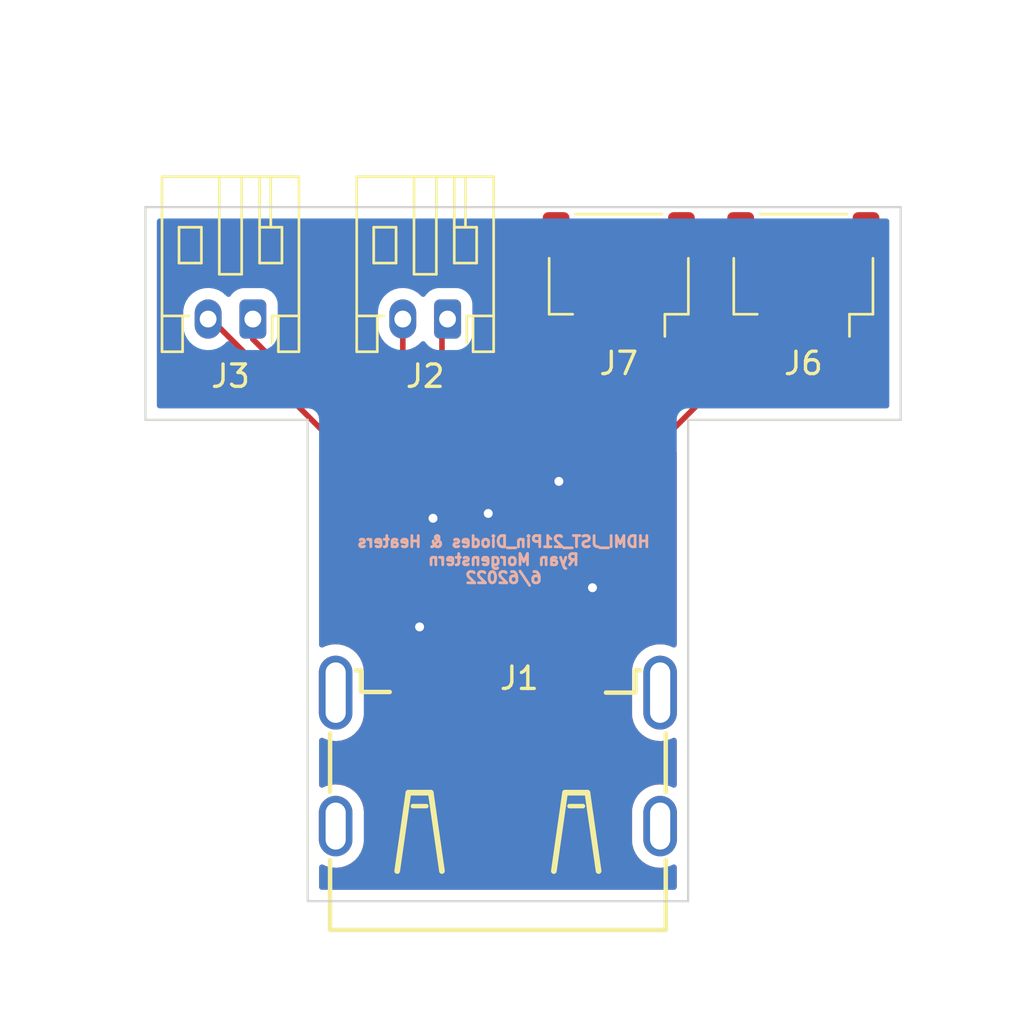
<source format=kicad_pcb>
(kicad_pcb (version 20211014) (generator pcbnew)
  (layers (0 "F.Cu" signal) (31 "B.Cu" signal) (34 "B.Paste" user) (35 "F.Paste" user) (36 "B.SilkS" user "B.Silkscreen") (37 "F.SilkS" user "F.Silkscreen") (38 "B.Mask" user) (39 "F.Mask" user) (44 "Edge.Cuts" user))
  (net 0 "")
  (net 1 "Net-(J1-Pad1)")
  (net 2 "GND")
  (net 3 "Net-(J1-Pad3)")
  (net 4 "Net-(J1-Pad4)")
  (net 5 "Net-(J1-Pad6)")
  (net 6 "Net-(J1-Pad7)")
  (net 7 "Net-(J1-Pad9)")
  (net 8 "Net-(J1-Pad10)")
  (net 9 "Net-(J1-Pad12)")
  (footprint "Connector_JST:JST_SH_SM04B-SRSS-TB_1x04-1MP_P1.00mm_Horizontal" (layer "F.Cu") (at 13.65 -21.25 180)
    (fp_text reference "J6" (at 0 -3.98) (layer "F.SilkS"))
    (fp_text value "Conn_01x04")
    (fp_line (start -3.11 0.715) (end -3.11 -1.785) (layer "F.SilkS") (width 0.12))
    (fp_line (start 3.11 0.715) (end 3.11 -1.785) (layer "F.SilkS") (width 0.12))
    (fp_line (start -2.06 -1.785) (end -2.06 -2.775) (layer "F.SilkS") (width 0.12))
    (fp_line (start 3.11 -1.785) (end 2.06 -1.785) (layer "F.SilkS") (width 0.12))
    (fp_line (start -3.11 -1.785) (end -2.06 -1.785) (layer "F.SilkS") (width 0.12))
    (fp_line (start -1.94 2.685) (end 1.94 2.685) (layer "F.SilkS") (width 0.12))
    (pad "1" smd roundrect (at -1.5 -2 180) (size 0.6 1.55) (layers "F.Cu" "F.Paste" "F.Mask"))
    (pad "2" smd roundrect (at -0.5 -2 180) (size 0.6 1.55) (layers "F.Cu" "F.Paste" "F.Mask") (net 1 "Net-(J1-Pad1)"))
    (pad "3" smd roundrect (at 0.5 -2 180) (size 0.6 1.55) (layers "F.Cu" "F.Paste" "F.Mask") (net 3 "Net-(J1-Pad3)"))
    (pad "4" smd roundrect (at 1.5 -2 180) (size 0.6 1.55) (layers "F.Cu" "F.Paste" "F.Mask"))
    (pad "MP" smd roundrect (at -2.8 1.875 180) (size 1.2 1.8) (layers "F.Cu" "F.Paste" "F.Mask") (roundrect_rratio 0.2083333333))
    (pad "MP" smd roundrect (at 2.8 1.875 180) (size 1.2 1.8) (layers "F.Cu" "F.Paste" "F.Mask") (roundrect_rratio 0.2083333333))
  )
  (footprint "Connector_JST:JST_PH_S2B-PH-K_1x02_P2.00mm_Horizontal" (layer "F.Cu") (at -10.95 -19.25 180)
    (fp_text reference "J3" (at 1 -2.55) (layer "F.SilkS"))
    (fp_text value "Conn_01x02")
    (fp_line (start 2.3 4.1) (end 2.3 2.5) (layer "F.SilkS") (width 0.12))
    (fp_line (start -1.3 4.1) (end -0.3 4.1) (layer "F.SilkS") (width 0.12))
    (fp_line (start 1.5 2) (end 1.5 6.36) (layer "F.SilkS") (width 0.12))
    (fp_line (start -0.86 0.14) (end -0.86 -1.075) (layer "F.SilkS") (width 0.12))
    (fp_line (start -1.14 0.14) (end -1.14 -1.46) (layer "F.SilkS") (width 0.12))
    (fp_line (start 3.14 -1.46) (end 3.14 0.14) (layer "F.SilkS") (width 0.12))
    (fp_line (start -0.86 0.14) (end -1.14 0.14) (layer "F.SilkS") (width 0.12))
    (fp_line (start 3.3 4.1) (end 2.3 4.1) (layer "F.SilkS") (width 0.12))
    (fp_line (start 3.3 2.5) (end 3.3 4.1) (layer "F.SilkS") (width 0.12))
    (fp_line (start -0.3 2.5) (end -1.3 2.5) (layer "F.SilkS") (width 0.12))
    (fp_line (start 4.06 -1.46) (end 3.14 -1.46) (layer "F.SilkS") (width 0.12))
    (fp_line (start -2.06 0.14) (end -1.14 0.14) (layer "F.SilkS") (width 0.12))
    (fp_line (start 4.06 6.36) (end 4.06 -1.46) (layer "F.SilkS") (width 0.12))
    (fp_line (start -1.3 2.5) (end -1.3 4.1) (layer "F.SilkS") (width 0.12))
    (fp_line (start 0.5 6.36) (end 0.5 2) (layer "F.SilkS") (width 0.12))
    (fp_line (start -0.3 4.1) (end -0.3 2.5) (layer "F.SilkS") (width 0.12))
    (fp_line (start -2.06 6.36) (end 4.06 6.36) (layer "F.SilkS") (width 0.12))
    (fp_line (start -0.3 4.1) (end -0.3 6.36) (layer "F.SilkS") (width 0.12))
    (fp_line (start 4.06 0.14) (end 3.14 0.14) (layer "F.SilkS") (width 0.12))
    (fp_line (start -1.14 -1.46) (end -2.06 -1.46) (layer "F.SilkS") (width 0.12))
    (fp_line (start 0.5 2) (end 1.5 2) (layer "F.SilkS") (width 0.12))
    (fp_line (start -2.06 -1.46) (end -2.06 6.36) (layer "F.SilkS") (width 0.12))
    (fp_line (start -0.8 4.1) (end -0.8 6.36) (layer "F.SilkS") (width 0.12))
    (fp_line (start 3.14 0.14) (end 2.86 0.14) (layer "F.SilkS") (width 0.12))
    (fp_line (start 2.3 2.5) (end 3.3 2.5) (layer "F.SilkS") (width 0.12))
    (pad "1" thru_hole roundrect (at 0 0 180) (size 1.2 1.75) (drill 0.75) (layers *.Cu *.Mask) (roundrect_rratio 0.2083333333) (net 8 "Net-(J1-Pad10)"))
    (pad "2" thru_hole oval (at 2 0 180) (size 1.2 1.75) (drill 0.75) (layers *.Cu *.Mask) (net 9 "Net-(J1-Pad12)"))
  )
  (footprint "Connector_JST:JST_PH_S2B-PH-K_1x02_P2.00mm_Horizontal" (layer "F.Cu") (at -2.25 -19.25 180)
    (fp_text reference "J2" (at 1 -2.55) (layer "F.SilkS"))
    (fp_text value "Conn_01x02")
    (fp_line (start 0.5 2) (end 1.5 2) (layer "F.SilkS") (width 0.12))
    (fp_line (start -1.3 2.5) (end -1.3 4.1) (layer "F.SilkS") (width 0.12))
    (fp_line (start 3.3 2.5) (end 3.3 4.1) (layer "F.SilkS") (width 0.12))
    (fp_line (start 3.14 -1.46) (end 3.14 0.14) (layer "F.SilkS") (width 0.12))
    (fp_line (start -0.3 4.1) (end -0.3 2.5) (layer "F.SilkS") (width 0.12))
    (fp_line (start -1.14 0.14) (end -1.14 -1.46) (layer "F.SilkS") (width 0.12))
    (fp_line (start -2.06 6.36) (end 4.06 6.36) (layer "F.SilkS") (width 0.12))
    (fp_line (start 4.06 6.36) (end 4.06 -1.46) (layer "F.SilkS") (width 0.12))
    (fp_line (start -0.86 0.14) (end -1.14 0.14) (layer "F.SilkS") (width 0.12))
    (fp_line (start -1.14 -1.46) (end -2.06 -1.46) (layer "F.SilkS") (width 0.12))
    (fp_line (start -2.06 0.14) (end -1.14 0.14) (layer "F.SilkS") (width 0.12))
    (fp_line (start 1.5 2) (end 1.5 6.36) (layer "F.SilkS") (width 0.12))
    (fp_line (start 2.3 4.1) (end 2.3 2.5) (layer "F.SilkS") (width 0.12))
    (fp_line (start -2.06 -1.46) (end -2.06 6.36) (layer "F.SilkS") (width 0.12))
    (fp_line (start -0.3 2.5) (end -1.3 2.5) (layer "F.SilkS") (width 0.12))
    (fp_line (start 4.06 0.14) (end 3.14 0.14) (layer "F.SilkS") (width 0.12))
    (fp_line (start -0.3 4.1) (end -0.3 6.36) (layer "F.SilkS") (width 0.12))
    (fp_line (start 4.06 -1.46) (end 3.14 -1.46) (layer "F.SilkS") (width 0.12))
    (fp_line (start 3.14 0.14) (end 2.86 0.14) (layer "F.SilkS") (width 0.12))
    (fp_line (start -0.8 4.1) (end -0.8 6.36) (layer "F.SilkS") (width 0.12))
    (fp_line (start 2.3 2.5) (end 3.3 2.5) (layer "F.SilkS") (width 0.12))
    (fp_line (start -1.3 4.1) (end -0.3 4.1) (layer "F.SilkS") (width 0.12))
    (fp_line (start 3.3 4.1) (end 2.3 4.1) (layer "F.SilkS") (width 0.12))
    (fp_line (start 0.5 6.36) (end 0.5 2) (layer "F.SilkS") (width 0.12))
    (fp_line (start -0.86 0.14) (end -0.86 -1.075) (layer "F.SilkS") (width 0.12))
    (pad "1" thru_hole roundrect (at 0 0 180) (size 1.2 1.75) (drill 0.75) (layers *.Cu *.Mask) (roundrect_rratio 0.2083333333) (net 6 "Net-(J1-Pad7)"))
    (pad "2" thru_hole oval (at 2 0 180) (size 1.2 1.75) (drill 0.75) (layers *.Cu *.Mask) (net 7 "Net-(J1-Pad9)"))
  )
  (footprint "Connector_JST:JST_SH_SM04B-SRSS-TB_1x04-1MP_P1.00mm_Horizontal" (layer "F.Cu") (at 5.4 -21.25 180)
    (fp_text reference "J7" (at 0 -3.98) (layer "F.SilkS"))
    (fp_text value "Conn_01x04")
    (fp_line (start 3.11 -1.785) (end 2.06 -1.785) (layer "F.SilkS") (width 0.12))
    (fp_line (start -3.11 0.715) (end -3.11 -1.785) (layer "F.SilkS") (width 0.12))
    (fp_line (start 3.11 0.715) (end 3.11 -1.785) (layer "F.SilkS") (width 0.12))
    (fp_line (start -1.94 2.685) (end 1.94 2.685) (layer "F.SilkS") (width 0.12))
    (fp_line (start -2.06 -1.785) (end -2.06 -2.775) (layer "F.SilkS") (width 0.12))
    (fp_line (start -3.11 -1.785) (end -2.06 -1.785) (layer "F.SilkS") (width 0.12))
    (pad "1" smd roundrect (at -1.5 -2 180) (size 0.6 1.55) (layers "F.Cu" "F.Paste" "F.Mask"))
    (pad "2" smd roundrect (at -0.5 -2 180) (size 0.6 1.55) (layers "F.Cu" "F.Paste" "F.Mask") (net 4 "Net-(J1-Pad4)"))
    (pad "3" smd roundrect (at 0.5 -2 180) (size 0.6 1.55) (layers "F.Cu" "F.Paste" "F.Mask") (net 5 "Net-(J1-Pad6)"))
    (pad "4" smd roundrect (at 1.5 -2 180) (size 0.6 1.55) (layers "F.Cu" "F.Paste" "F.Mask"))
    (pad "MP" smd roundrect (at -2.8 1.875 180) (size 1.2 1.8) (layers "F.Cu" "F.Paste" "F.Mask") (roundrect_rratio 0.2083333333))
    (pad "MP" smd roundrect (at 2.8 1.875 180) (size 1.2 1.8) (layers "F.Cu" "F.Paste" "F.Mask") (roundrect_rratio 0.2083333333))
  )
  (footprint "0_21Pin_FootprintLib:HDMI-SMD_HDMI-019S" (layer "F.Cu") (at 0 0)
    (fp_text reference "J1" (at 0 -3.207) (layer "F.SilkS") (effects (justify left)))
    (fp_text value "HDMI_A")
    (fp_line (start 4 1.904) (end 4.5 5.404) (layer "F.SilkS") (width 0.254))
    (fp_line (start 6.145 -2.575) (end 6.145 -3.563) (layer "F.SilkS") (width 0.2))
    (fp_line (start 6.352 -3.563) (end 6.352 -3.556) (layer "F.SilkS") (width 0.2))
    (fp_line (start -6.107 -3.545) (end -6.12 -3.545) (layer "F.SilkS") (width 0.2))
    (fp_line (start 7.5 1.876) (end 7.5 -0.743) (layer "F.SilkS") (width 0.2))
    (fp_line (start -6.35 -3.557) (end -6.107 -3.557) (layer "F.SilkS") (width 0.2))
    (fp_line (start 4.83 -2.565) (end 6.08 -2.565) (layer "F.SilkS") (width 0.2))
    (fp_line (start -3.2 2.504) (end -3.8 2.504) (layer "F.SilkS") (width 0.2))
    (fp_line (start 6.08 -2.565) (end 6.08 -2.575) (layer "F.SilkS") (width 0.2))
    (fp_line (start -7.5 1.875) (end -7.5 -0.743) (layer "F.SilkS") (width 0.2))
    (fp_line (start -6.107 -3.557) (end -6.107 -3.545) (layer "F.SilkS") (width 0.2))
    (fp_line (start -6.12 -2.592) (end -4.837 -2.592) (layer "F.SilkS") (width 0.2))
    (fp_line (start 7.5 8.036) (end 7.5 4.917) (layer "F.SilkS") (width 0.2))
    (fp_line (start 6.145 -3.563) (end 6.352 -3.563) (layer "F.SilkS") (width 0.2))
    (fp_line (start 3.2 2.504) (end 3.8 2.504) (layer "F.SilkS") (width 0.2))
    (fp_line (start -3 1.904) (end -4 1.904) (layer "F.SilkS") (width 0.254))
    (fp_line (start -6.12 -3.545) (end -6.12 -2.592) (layer "F.SilkS") (width 0.2))
    (fp_line (start 2.5 5.404) (end 3 1.904) (layer "F.SilkS") (width 0.254))
    (fp_line (start -7.5 8.036) (end -7.5 4.917) (layer "F.SilkS") (width 0.2))
    (fp_line (start 6.08 -2.575) (end 6.145 -2.575) (layer "F.SilkS") (width 0.2))
    (fp_line (start -2.5 5.404) (end -3 1.904) (layer "F.SilkS") (width 0.254))
    (fp_line (start -7.5 8.036) (end 7.5 8.036) (layer "F.SilkS") (width 0.2))
    (fp_line (start 3 1.904) (end 4 1.904) (layer "F.SilkS") (width 0.254))
    (fp_line (start -4 1.904) (end -4.5 5.404) (layer "F.SilkS") (width 0.254))
    (pad "1" smd oval (at 4.501 -3.396) (size 0.25 2.4) (layers "F.Cu" "F.Paste" "F.Mask") (net 1 "Net-(J1-Pad1)"))
    (pad "2" smd oval (at 4.001 -3.396) (size 0.25 2.4) (layers "F.Cu" "F.Paste" "F.Mask") (net 2 "GND"))
    (pad "3" smd oval (at 3.501 -3.396) (size 0.25 2.4) (layers "F.Cu" "F.Paste" "F.Mask") (net 3 "Net-(J1-Pad3)"))
    (pad "4" smd oval (at 3.001 -3.396) (size 0.25 2.4) (layers "F.Cu" "F.Paste" "F.Mask") (net 4 "Net-(J1-Pad4)"))
    (pad "5" smd oval (at 2.5 -3.396) (size 0.25 2.4) (layers "F.Cu" "F.Paste" "F.Mask") (net 2 "GND"))
    (pad "6" smd oval (at 2 -3.396) (size 0.25 2.4) (layers "F.Cu" "F.Paste" "F.Mask") (net 5 "Net-(J1-Pad6)"))
    (pad "7" smd oval (at 1.5 -3.396) (size 0.25 2.4) (layers "F.Cu" "F.Paste" "F.Mask") (net 6 "Net-(J1-Pad7)"))
    (pad "8" smd oval (at 1 -3.396) (size 0.25 2.4) (layers "F.Cu" "F.Paste" "F.Mask") (net 2 "GND"))
    (pad "9" smd oval (at 0.5 -3.396) (size 0.25 2.4) (layers "F.Cu" "F.Paste" "F.Mask") (net 7 "Net-(J1-Pad9)"))
    (pad "10" smd oval (at 0 -3.396) (size 0.25 2.4) (layers "F.Cu" "F.Paste" "F.Mask") (net 8 "Net-(J1-Pad10)"))
    (pad "11" smd oval (at -0.5 -3.396) (size 0.25 2.4) (layers "F.Cu" "F.Paste" "F.Mask") (net 2 "GND"))
    (pad "12" smd oval (at -1 -3.396) (size 0.25 2.4) (layers "F.Cu" "F.Paste" "F.Mask") (net 9 "Net-(J1-Pad12)"))
    (pad "13" smd oval (at -1.5 -3.396) (size 0.25 2.4) (layers "F.Cu" "F.Paste" "F.Mask"))
    (pad "14" smd oval (at -2 -3.396) (size 0.25 2.4) (layers "F.Cu" "F.Paste" "F.Mask"))
    (pad "15" smd oval (at -2.5 -3.396) (size 0.25 2.4) (layers "F.Cu" "F.Paste" "F.Mask"))
    (pad "16" smd oval (at -3.001 -3.396) (size 0.25 2.4) (layers "F.Cu" "F.Paste" "F.Mask"))
    (pad "17" smd oval (at -3.501 -3.396) (size 0.25 2.4) (layers "F.Cu" "F.Paste" "F.Mask") (net 2 "GND"))
    (pad "18" smd oval (at -4.001 -3.396) (size 0.25 2.4) (layers "F.Cu" "F.Paste" "F.Mask"))
    (pad "19" smd oval (at -4.501 -3.396) (size 0.25 2.4) (layers "F.Cu" "F.Paste" "F.Mask"))
    (pad "20" thru_hole oval (at 7.25 3.396) (size 1.5 2.7) (drill oval 0.9 2.1) (layers *.Cu *.Mask))
    (pad "21" thru_hole oval (at -7.25 3.396) (size 1.5 2.7) (drill oval 0.9 2.1) (layers *.Cu *.Mask))
    (pad "22" thru_hole oval (at 7.25 -2.564) (size 1.5 3.3) (drill oval 0.9 2.7) (layers *.Cu *.Mask))
    (pad "23" thru_hole oval (at -7.25 -2.564) (size 1.5 3.3) (drill oval 0.9 2.7) (layers *.Cu *.Mask))
  )
  (gr_line (start -15.75 -24.25) (end 17.25 -24.25) (layer "Edge.Cuts") (width 0.1))
  (gr_line (start -8.5 -4.75) (end -8.5 6.75) (layer "Edge.Cuts") (width 0.1))
  (gr_line (start -8.5 -14.75) (end -15.75 -14.75) (layer "Edge.Cuts") (width 0.1))
  (gr_line (start 18 -14.75) (end 8.5 -14.75) (layer "Edge.Cuts") (width 0.1))
  (gr_line (start 18 -24.25) (end 18 -14.75) (layer "Edge.Cuts") (width 0.1))
  (gr_line (start 8.5 -4.75) (end 8.5 6.75) (layer "Edge.Cuts") (width 0.1))
  (gr_line (start 17.25 -24.25) (end 18 -24.25) (layer "Edge.Cuts") (width 0.1))
  (gr_line (start 8.5 -4.75) (end 8.5 -14.75) (layer "Edge.Cuts") (width 0.1))
  (gr_line (start -8.5 -4.75) (end -8.5 -14.75) (layer "Edge.Cuts") (width 0.1))
  (gr_line (start -15.75 -24.25) (end -15.75 -15) (layer "Edge.Cuts") (width 0.1))
  (gr_line (start -15.75 -14.75) (end -15.75 -15) (layer "Edge.Cuts") (width 0.1))
  (gr_line (start 8.5 6.75) (end -8.5 6.75) (layer "Edge.Cuts") (width 0.1))
  (gr_text "HDMI_JST_21Pin_Diodes & Heaters\nRyan Morgenstern\n6/62022" (at 0.25 -8.5) (layer "B.SilkS") (effects (font (size 0.5 0.5) (thickness 0.125)) (justify mirror)))
  (segment (start 5.5 -12) (end 11.05048 -17.55048) (width 0.25) (layer "F.Cu") (net 1))
  (segment (start 13.32596 -17.55048) (end 14.15 -18.37452) (width 0.25) (layer "F.Cu") (net 1))
  (segment (start 4.501 -3.396) (end 4.501 -6.251) (width 0.25) (layer "F.Cu") (net 1))
  (segment (start 11.05048 -17.55048) (end 13.32596 -17.55048) (width 0.25) (layer "F.Cu") (net 1))
  (segment (start 5 -6.75) (end 5 -11.5) (width 0.25) (layer "F.Cu") (net 1))
  (segment (start 5 -11.5) (end 5.5 -12) (width 0.25) (layer "F.Cu") (net 1))
  (segment (start 14.15 -18.37452) (end 14.15 -19.25) (width 0.25) (layer "F.Cu") (net 1))
  (segment (start 4.501 -6.251) (end 5 -6.75) (width 0.25) (layer "F.Cu") (net 1))
  (segment (start -0.5 -7.951402) (end -2.899299 -10.350701) (width 0.25) (layer "F.Cu") (net 2))
  (segment (start 4.001 -3.396) (end 4.001 -7.0255) (width 0.25) (layer "F.Cu") (net 2))
  (segment (start -3.501 -5.499) (end -3.5 -5.5) (width 0.25) (layer "F.Cu") (net 2))
  (segment (start 2.5 -3.396) (end 2.5 -11.7755) (width 0.25) (layer "F.Cu") (net 2))
  (segment (start 1 -3.396) (end 1 -9.136332) (width 0.25) (layer "F.Cu") (net 2))
  (segment (start -0.5 -3.396) (end -0.5 -7.951402) (width 0.25) (layer "F.Cu") (net 2))
  (segment (start 4.001 -7.0255) (end 4.2255 -7.25) (width 0.25) (layer "F.Cu") (net 2))
  (segment (start 2.5 -11.7755) (end 2.7245 -12) (width 0.25) (layer "F.Cu") (net 2))
  (segment (start -3.501 -3.396) (end -3.501 -5.499) (width 0.25) (layer "F.Cu") (net 2))
  (segment (start 1 -9.136332) (end -0.431834 -10.568166) (width 0.25) (layer "F.Cu") (net 2))
  (via (at 2.7245 -12) (size 0.8) (drill 0.4) (layers "F.Cu" "B.Cu") (net 2))
  (via (at -3.5 -5.5) (size 0.8) (drill 0.4) (layers "F.Cu" "B.Cu") (net 2))
  (via (at -0.431834 -10.568166) (size 0.8) (drill 0.4) (layers "F.Cu" "B.Cu") (net 2))
  (via (at 4.2255 -7.25) (size 0.8) (drill 0.4) (layers "F.Cu" "B.Cu") (net 2))
  (via (at -2.899299 -10.350701) (size 0.8) (drill 0.4) (layers "F.Cu" "B.Cu") (net 2))
  (segment (start 13 -18) (end 13 -19.1) (width 0.25) (layer "F.Cu") (net 3))
  (segment (start 3.898531 -16.166741) (end 4.240895 -16.509105) (width 0.25) (layer "F.Cu") (net 3))
  (segment (start 13 -19.1) (end 13.15 -19.25) (width 0.25) (layer "F.Cu") (net 3))
  (segment (start 3.898531 -11.5137) (end 3.898531 -16.166741) (width 0.25) (layer "F.Cu") (net 3))
  (segment (start 5.73179 -18) (end 13 -18) (width 0.25) (layer "F.Cu") (net 3))
  (segment (start 3.501 -11.116168) (end 3.898531 -11.5137) (width 0.25) (layer "F.Cu") (net 3))
  (segment (start 4.240895 -16.509105) (end 5.73179 -18) (width 0.25) (layer "F.Cu") (net 3))
  (segment (start 3.501 -3.396) (end 3.501 -11.116168) (width 0.25) (layer "F.Cu") (net 3))
  (segment (start 3.449011 -11.699897) (end 3.449011 -12.300989) (width 0.25) (layer "F.Cu") (net 4))
  (segment (start 3 -12.75) (end 3 -15.903928) (width 0.25) (layer "F.Cu") (net 4))
  (segment (start 5.9 -18.803928) (end 5.9 -19.25) (width 0.25) (layer "F.Cu") (net 4))
  (segment (start 3.001 -11.251886) (end 3.449011 -11.699897) (width 0.25) (layer "F.Cu") (net 4))
  (segment (start 3.001 -3.396) (end 3.001 -11.251886) (width 0.25) (layer "F.Cu") (net 4))
  (segment (start 3.449011 -12.300989) (end 3 -12.75) (width 0.25) (layer "F.Cu") (net 4))
  (segment (start 3 -15.903928) (end 5.9 -18.803928) (width 0.25) (layer "F.Cu") (net 4))
  (segment (start 2 -15.903928) (end 4.9 -18.803928) (width 0.25) (layer "F.Cu") (net 5))
  (segment (start 2 -3.396) (end 2 -15.903928) (width 0.25) (layer "F.Cu") (net 5))
  (segment (start 4.9 -18.803928) (end 4.9 -19.25) (width 0.25) (layer "F.Cu") (net 5))
  (segment (start 1.5 -3.396) (end 1.5 -9.75) (width 0.25) (layer "F.Cu") (net 6))
  (segment (start -2.5 -13.75) (end -2.5 -19) (width 0.25) (layer "F.Cu") (net 6))
  (segment (start -2.5 -19) (end -2.25 -19.25) (width 0.25) (layer "F.Cu") (net 6))
  (segment (start 1.5 -9.75) (end -2.5 -13.75) (width 0.25) (layer "F.Cu") (net 6))
  (segment (start 0.5 -8.611733) (end -4.25 -13.361733) (width 0.25) (layer "F.Cu") (net 7))
  (segment (start -4.25 -13.361733) (end -4.25 -14) (width 0.25) (layer "F.Cu") (net 7))
  (segment (start -4.25 -14) (end -4.25 -19.25) (width 0.25) (layer "F.Cu") (net 7))
  (segment (start 0.5 -3.396) (end 0.5 -8.611733) (width 0.25) (layer "F.Cu") (net 7))
  (segment (start -10.95 -18.350424) (end -10.95 -19.25) (width 0.25) (layer "F.Cu") (net 8))
  (segment (start 0 -8.476016) (end -2.599196 -11.075212) (width 0.25) (layer "F.Cu") (net 8))
  (segment (start -2.599196 -11.075212) (end -3.674788 -11.075212) (width 0.25) (layer "F.Cu") (net 8))
  (segment (start -3.674788 -11.075212) (end -10.95 -18.350424) (width 0.25) (layer "F.Cu") (net 8))
  (segment (start 0 -3.396) (end 0 -8.476016) (width 0.25) (layer "F.Cu") (net 8))
  (segment (start -12.823196 -19.25) (end -12.95 -19.25) (width 0.25) (layer "F.Cu") (net 9))
  (segment (start -1 -3.396) (end -1 -7.426804) (width 0.25) (layer "F.Cu") (net 9))
  (segment (start -1 -7.426804) (end -12.823196 -19.25) (width 0.25) (layer "F.Cu") (net 9))
  (zone (net 2) (net_name "GND") (layer "F.Cu") (connect_pads (clearance 0.508)) (min_thickness 0.254) (fill yes (thermal_gap 0.508) (thermal_bridge_width 0.508))
    (polygon (pts (xy 23 -32.75) (xy 18.25 12.25) (xy -20.25 9.75) (xy -22.25 -33.5)))
  )
  (zone (net 2) (net_name "GND") (layer "B.Cu") (connect_pads (clearance 0.508)) (min_thickness 0.254) (fill yes (thermal_gap 0.508) (thermal_bridge_width 0.508))
    (polygon (pts (xy 23.25 -31.5) (xy 17.5 11) (xy -19 10.25) (xy -20 -32.25)))
  )
)
</source>
